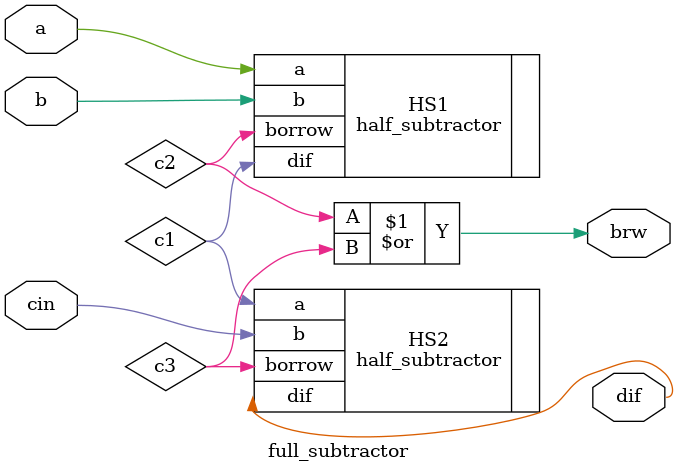
<source format=v>
`timescale 1ns / 1ps
module full_subtractor(
    input a,
    input b,
    input cin,
    output dif,
    output brw
    );
	 wire c1,c2,c3;
	 
	 half_subtractor HS1(.a(a), .b(b), .dif(c1), .borrow(c2));
	 half_subtractor HS2(.a(c1), .b(cin), .dif(dif),.borrow(c3));
    assign brw = c2 | c3;
	 
endmodule

</source>
